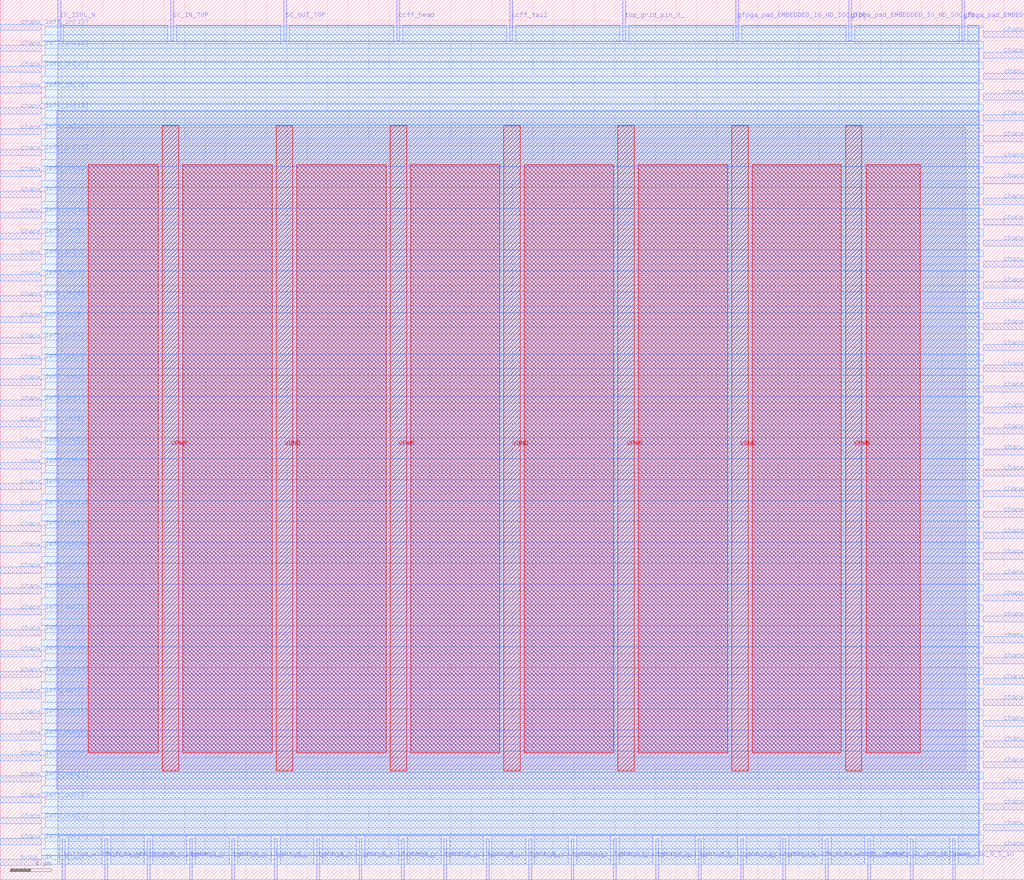
<source format=lef>
VERSION 5.7 ;
  NOWIREEXTENSIONATPIN ON ;
  DIVIDERCHAR "/" ;
  BUSBITCHARS "[]" ;
MACRO cbx_1__2_
  CLASS BLOCK ;
  FOREIGN cbx_1__2_ ;
  ORIGIN 0.000 0.000 ;
  SIZE 100.000 BY 86.000 ;
  PIN IO_ISOL_N
    DIRECTION INPUT ;
    USE SIGNAL ;
    PORT
      LAYER met2 ;
        RECT 5.610 82.000 5.890 86.000 ;
    END
  END IO_ISOL_N
  PIN SC_IN_BOT
    DIRECTION INPUT ;
    USE SIGNAL ;
    PORT
      LAYER met2 ;
        RECT 84.730 0.000 85.010 4.000 ;
    END
  END SC_IN_BOT
  PIN SC_IN_TOP
    DIRECTION INPUT ;
    USE SIGNAL ;
    PORT
      LAYER met2 ;
        RECT 16.650 82.000 16.930 86.000 ;
    END
  END SC_IN_TOP
  PIN SC_OUT_BOT
    DIRECTION OUTPUT TRISTATE ;
    USE SIGNAL ;
    PORT
      LAYER met2 ;
        RECT 88.870 0.000 89.150 4.000 ;
    END
  END SC_OUT_BOT
  PIN SC_OUT_TOP
    DIRECTION OUTPUT TRISTATE ;
    USE SIGNAL ;
    PORT
      LAYER met2 ;
        RECT 27.690 82.000 27.970 86.000 ;
    END
  END SC_OUT_TOP
  PIN VGND
    DIRECTION INOUT ;
    USE GROUND ;
    PORT
      LAYER met4 ;
        RECT 26.960 10.640 28.560 73.680 ;
    END
    PORT
      LAYER met4 ;
        RECT 49.200 10.640 50.800 73.680 ;
    END
    PORT
      LAYER met4 ;
        RECT 71.440 10.640 73.040 73.680 ;
    END
  END VGND
  PIN VPWR
    DIRECTION INOUT ;
    USE POWER ;
    PORT
      LAYER met4 ;
        RECT 15.840 10.640 17.440 73.680 ;
    END
    PORT
      LAYER met4 ;
        RECT 38.080 10.640 39.680 73.680 ;
    END
    PORT
      LAYER met4 ;
        RECT 60.320 10.640 61.920 73.680 ;
    END
    PORT
      LAYER met4 ;
        RECT 82.560 10.640 84.160 73.680 ;
    END
  END VPWR
  PIN bottom_grid_pin_0_
    DIRECTION OUTPUT TRISTATE ;
    USE SIGNAL ;
    PORT
      LAYER met2 ;
        RECT 10.210 0.000 10.490 4.000 ;
    END
  END bottom_grid_pin_0_
  PIN bottom_grid_pin_10_
    DIRECTION OUTPUT TRISTATE ;
    USE SIGNAL ;
    PORT
      LAYER met2 ;
        RECT 51.610 0.000 51.890 4.000 ;
    END
  END bottom_grid_pin_10_
  PIN bottom_grid_pin_11_
    DIRECTION OUTPUT TRISTATE ;
    USE SIGNAL ;
    PORT
      LAYER met2 ;
        RECT 55.750 0.000 56.030 4.000 ;
    END
  END bottom_grid_pin_11_
  PIN bottom_grid_pin_12_
    DIRECTION OUTPUT TRISTATE ;
    USE SIGNAL ;
    PORT
      LAYER met2 ;
        RECT 59.890 0.000 60.170 4.000 ;
    END
  END bottom_grid_pin_12_
  PIN bottom_grid_pin_13_
    DIRECTION OUTPUT TRISTATE ;
    USE SIGNAL ;
    PORT
      LAYER met2 ;
        RECT 64.030 0.000 64.310 4.000 ;
    END
  END bottom_grid_pin_13_
  PIN bottom_grid_pin_14_
    DIRECTION OUTPUT TRISTATE ;
    USE SIGNAL ;
    PORT
      LAYER met2 ;
        RECT 68.170 0.000 68.450 4.000 ;
    END
  END bottom_grid_pin_14_
  PIN bottom_grid_pin_15_
    DIRECTION OUTPUT TRISTATE ;
    USE SIGNAL ;
    PORT
      LAYER met2 ;
        RECT 72.310 0.000 72.590 4.000 ;
    END
  END bottom_grid_pin_15_
  PIN bottom_grid_pin_1_
    DIRECTION OUTPUT TRISTATE ;
    USE SIGNAL ;
    PORT
      LAYER met2 ;
        RECT 14.350 0.000 14.630 4.000 ;
    END
  END bottom_grid_pin_1_
  PIN bottom_grid_pin_2_
    DIRECTION OUTPUT TRISTATE ;
    USE SIGNAL ;
    PORT
      LAYER met2 ;
        RECT 18.490 0.000 18.770 4.000 ;
    END
  END bottom_grid_pin_2_
  PIN bottom_grid_pin_3_
    DIRECTION OUTPUT TRISTATE ;
    USE SIGNAL ;
    PORT
      LAYER met2 ;
        RECT 22.630 0.000 22.910 4.000 ;
    END
  END bottom_grid_pin_3_
  PIN bottom_grid_pin_4_
    DIRECTION OUTPUT TRISTATE ;
    USE SIGNAL ;
    PORT
      LAYER met2 ;
        RECT 26.770 0.000 27.050 4.000 ;
    END
  END bottom_grid_pin_4_
  PIN bottom_grid_pin_5_
    DIRECTION OUTPUT TRISTATE ;
    USE SIGNAL ;
    PORT
      LAYER met2 ;
        RECT 30.910 0.000 31.190 4.000 ;
    END
  END bottom_grid_pin_5_
  PIN bottom_grid_pin_6_
    DIRECTION OUTPUT TRISTATE ;
    USE SIGNAL ;
    PORT
      LAYER met2 ;
        RECT 35.050 0.000 35.330 4.000 ;
    END
  END bottom_grid_pin_6_
  PIN bottom_grid_pin_7_
    DIRECTION OUTPUT TRISTATE ;
    USE SIGNAL ;
    PORT
      LAYER met2 ;
        RECT 39.190 0.000 39.470 4.000 ;
    END
  END bottom_grid_pin_7_
  PIN bottom_grid_pin_8_
    DIRECTION OUTPUT TRISTATE ;
    USE SIGNAL ;
    PORT
      LAYER met2 ;
        RECT 43.330 0.000 43.610 4.000 ;
    END
  END bottom_grid_pin_8_
  PIN bottom_grid_pin_9_
    DIRECTION OUTPUT TRISTATE ;
    USE SIGNAL ;
    PORT
      LAYER met2 ;
        RECT 47.470 0.000 47.750 4.000 ;
    END
  END bottom_grid_pin_9_
  PIN bottom_width_0_height_0__pin_0_
    DIRECTION INPUT ;
    USE SIGNAL ;
    PORT
      LAYER met2 ;
        RECT 76.450 0.000 76.730 4.000 ;
    END
  END bottom_width_0_height_0__pin_0_
  PIN bottom_width_0_height_0__pin_1_lower
    DIRECTION OUTPUT TRISTATE ;
    USE SIGNAL ;
    PORT
      LAYER met2 ;
        RECT 80.590 0.000 80.870 4.000 ;
    END
  END bottom_width_0_height_0__pin_1_lower
  PIN bottom_width_0_height_0__pin_1_upper
    DIRECTION OUTPUT TRISTATE ;
    USE SIGNAL ;
    PORT
      LAYER met2 ;
        RECT 6.070 0.000 6.350 4.000 ;
    END
  END bottom_width_0_height_0__pin_1_upper
  PIN ccff_head
    DIRECTION INPUT ;
    USE SIGNAL ;
    PORT
      LAYER met2 ;
        RECT 38.730 82.000 39.010 86.000 ;
    END
  END ccff_head
  PIN ccff_tail
    DIRECTION OUTPUT TRISTATE ;
    USE SIGNAL ;
    PORT
      LAYER met2 ;
        RECT 49.770 82.000 50.050 86.000 ;
    END
  END ccff_tail
  PIN chanx_left_in[0]
    DIRECTION INPUT ;
    USE SIGNAL ;
    PORT
      LAYER met3 ;
        RECT 0.000 44.240 4.000 44.840 ;
    END
  END chanx_left_in[0]
  PIN chanx_left_in[10]
    DIRECTION INPUT ;
    USE SIGNAL ;
    PORT
      LAYER met3 ;
        RECT 0.000 64.640 4.000 65.240 ;
    END
  END chanx_left_in[10]
  PIN chanx_left_in[11]
    DIRECTION INPUT ;
    USE SIGNAL ;
    PORT
      LAYER met3 ;
        RECT 0.000 66.680 4.000 67.280 ;
    END
  END chanx_left_in[11]
  PIN chanx_left_in[12]
    DIRECTION INPUT ;
    USE SIGNAL ;
    PORT
      LAYER met3 ;
        RECT 0.000 68.720 4.000 69.320 ;
    END
  END chanx_left_in[12]
  PIN chanx_left_in[13]
    DIRECTION INPUT ;
    USE SIGNAL ;
    PORT
      LAYER met3 ;
        RECT 0.000 70.760 4.000 71.360 ;
    END
  END chanx_left_in[13]
  PIN chanx_left_in[14]
    DIRECTION INPUT ;
    USE SIGNAL ;
    PORT
      LAYER met3 ;
        RECT 0.000 72.800 4.000 73.400 ;
    END
  END chanx_left_in[14]
  PIN chanx_left_in[15]
    DIRECTION INPUT ;
    USE SIGNAL ;
    PORT
      LAYER met3 ;
        RECT 0.000 74.840 4.000 75.440 ;
    END
  END chanx_left_in[15]
  PIN chanx_left_in[16]
    DIRECTION INPUT ;
    USE SIGNAL ;
    PORT
      LAYER met3 ;
        RECT 0.000 76.880 4.000 77.480 ;
    END
  END chanx_left_in[16]
  PIN chanx_left_in[17]
    DIRECTION INPUT ;
    USE SIGNAL ;
    PORT
      LAYER met3 ;
        RECT 0.000 78.920 4.000 79.520 ;
    END
  END chanx_left_in[17]
  PIN chanx_left_in[18]
    DIRECTION INPUT ;
    USE SIGNAL ;
    PORT
      LAYER met3 ;
        RECT 0.000 80.960 4.000 81.560 ;
    END
  END chanx_left_in[18]
  PIN chanx_left_in[19]
    DIRECTION INPUT ;
    USE SIGNAL ;
    PORT
      LAYER met3 ;
        RECT 0.000 83.000 4.000 83.600 ;
    END
  END chanx_left_in[19]
  PIN chanx_left_in[1]
    DIRECTION INPUT ;
    USE SIGNAL ;
    PORT
      LAYER met3 ;
        RECT 0.000 46.280 4.000 46.880 ;
    END
  END chanx_left_in[1]
  PIN chanx_left_in[2]
    DIRECTION INPUT ;
    USE SIGNAL ;
    PORT
      LAYER met3 ;
        RECT 0.000 48.320 4.000 48.920 ;
    END
  END chanx_left_in[2]
  PIN chanx_left_in[3]
    DIRECTION INPUT ;
    USE SIGNAL ;
    PORT
      LAYER met3 ;
        RECT 0.000 50.360 4.000 50.960 ;
    END
  END chanx_left_in[3]
  PIN chanx_left_in[4]
    DIRECTION INPUT ;
    USE SIGNAL ;
    PORT
      LAYER met3 ;
        RECT 0.000 52.400 4.000 53.000 ;
    END
  END chanx_left_in[4]
  PIN chanx_left_in[5]
    DIRECTION INPUT ;
    USE SIGNAL ;
    PORT
      LAYER met3 ;
        RECT 0.000 54.440 4.000 55.040 ;
    END
  END chanx_left_in[5]
  PIN chanx_left_in[6]
    DIRECTION INPUT ;
    USE SIGNAL ;
    PORT
      LAYER met3 ;
        RECT 0.000 56.480 4.000 57.080 ;
    END
  END chanx_left_in[6]
  PIN chanx_left_in[7]
    DIRECTION INPUT ;
    USE SIGNAL ;
    PORT
      LAYER met3 ;
        RECT 0.000 58.520 4.000 59.120 ;
    END
  END chanx_left_in[7]
  PIN chanx_left_in[8]
    DIRECTION INPUT ;
    USE SIGNAL ;
    PORT
      LAYER met3 ;
        RECT 0.000 60.560 4.000 61.160 ;
    END
  END chanx_left_in[8]
  PIN chanx_left_in[9]
    DIRECTION INPUT ;
    USE SIGNAL ;
    PORT
      LAYER met3 ;
        RECT 0.000 62.600 4.000 63.200 ;
    END
  END chanx_left_in[9]
  PIN chanx_left_out[0]
    DIRECTION OUTPUT TRISTATE ;
    USE SIGNAL ;
    PORT
      LAYER met3 ;
        RECT 0.000 3.440 4.000 4.040 ;
    END
  END chanx_left_out[0]
  PIN chanx_left_out[10]
    DIRECTION OUTPUT TRISTATE ;
    USE SIGNAL ;
    PORT
      LAYER met3 ;
        RECT 0.000 23.840 4.000 24.440 ;
    END
  END chanx_left_out[10]
  PIN chanx_left_out[11]
    DIRECTION OUTPUT TRISTATE ;
    USE SIGNAL ;
    PORT
      LAYER met3 ;
        RECT 0.000 25.880 4.000 26.480 ;
    END
  END chanx_left_out[11]
  PIN chanx_left_out[12]
    DIRECTION OUTPUT TRISTATE ;
    USE SIGNAL ;
    PORT
      LAYER met3 ;
        RECT 0.000 27.920 4.000 28.520 ;
    END
  END chanx_left_out[12]
  PIN chanx_left_out[13]
    DIRECTION OUTPUT TRISTATE ;
    USE SIGNAL ;
    PORT
      LAYER met3 ;
        RECT 0.000 29.960 4.000 30.560 ;
    END
  END chanx_left_out[13]
  PIN chanx_left_out[14]
    DIRECTION OUTPUT TRISTATE ;
    USE SIGNAL ;
    PORT
      LAYER met3 ;
        RECT 0.000 32.000 4.000 32.600 ;
    END
  END chanx_left_out[14]
  PIN chanx_left_out[15]
    DIRECTION OUTPUT TRISTATE ;
    USE SIGNAL ;
    PORT
      LAYER met3 ;
        RECT 0.000 34.040 4.000 34.640 ;
    END
  END chanx_left_out[15]
  PIN chanx_left_out[16]
    DIRECTION OUTPUT TRISTATE ;
    USE SIGNAL ;
    PORT
      LAYER met3 ;
        RECT 0.000 36.080 4.000 36.680 ;
    END
  END chanx_left_out[16]
  PIN chanx_left_out[17]
    DIRECTION OUTPUT TRISTATE ;
    USE SIGNAL ;
    PORT
      LAYER met3 ;
        RECT 0.000 38.120 4.000 38.720 ;
    END
  END chanx_left_out[17]
  PIN chanx_left_out[18]
    DIRECTION OUTPUT TRISTATE ;
    USE SIGNAL ;
    PORT
      LAYER met3 ;
        RECT 0.000 40.160 4.000 40.760 ;
    END
  END chanx_left_out[18]
  PIN chanx_left_out[19]
    DIRECTION OUTPUT TRISTATE ;
    USE SIGNAL ;
    PORT
      LAYER met3 ;
        RECT 0.000 42.200 4.000 42.800 ;
    END
  END chanx_left_out[19]
  PIN chanx_left_out[1]
    DIRECTION OUTPUT TRISTATE ;
    USE SIGNAL ;
    PORT
      LAYER met3 ;
        RECT 0.000 5.480 4.000 6.080 ;
    END
  END chanx_left_out[1]
  PIN chanx_left_out[2]
    DIRECTION OUTPUT TRISTATE ;
    USE SIGNAL ;
    PORT
      LAYER met3 ;
        RECT 0.000 7.520 4.000 8.120 ;
    END
  END chanx_left_out[2]
  PIN chanx_left_out[3]
    DIRECTION OUTPUT TRISTATE ;
    USE SIGNAL ;
    PORT
      LAYER met3 ;
        RECT 0.000 9.560 4.000 10.160 ;
    END
  END chanx_left_out[3]
  PIN chanx_left_out[4]
    DIRECTION OUTPUT TRISTATE ;
    USE SIGNAL ;
    PORT
      LAYER met3 ;
        RECT 0.000 11.600 4.000 12.200 ;
    END
  END chanx_left_out[4]
  PIN chanx_left_out[5]
    DIRECTION OUTPUT TRISTATE ;
    USE SIGNAL ;
    PORT
      LAYER met3 ;
        RECT 0.000 13.640 4.000 14.240 ;
    END
  END chanx_left_out[5]
  PIN chanx_left_out[6]
    DIRECTION OUTPUT TRISTATE ;
    USE SIGNAL ;
    PORT
      LAYER met3 ;
        RECT 0.000 15.680 4.000 16.280 ;
    END
  END chanx_left_out[6]
  PIN chanx_left_out[7]
    DIRECTION OUTPUT TRISTATE ;
    USE SIGNAL ;
    PORT
      LAYER met3 ;
        RECT 0.000 17.720 4.000 18.320 ;
    END
  END chanx_left_out[7]
  PIN chanx_left_out[8]
    DIRECTION OUTPUT TRISTATE ;
    USE SIGNAL ;
    PORT
      LAYER met3 ;
        RECT 0.000 19.760 4.000 20.360 ;
    END
  END chanx_left_out[8]
  PIN chanx_left_out[9]
    DIRECTION OUTPUT TRISTATE ;
    USE SIGNAL ;
    PORT
      LAYER met3 ;
        RECT 0.000 21.800 4.000 22.400 ;
    END
  END chanx_left_out[9]
  PIN chanx_right_in[0]
    DIRECTION INPUT ;
    USE SIGNAL ;
    PORT
      LAYER met3 ;
        RECT 96.000 43.560 100.000 44.160 ;
    END
  END chanx_right_in[0]
  PIN chanx_right_in[10]
    DIRECTION INPUT ;
    USE SIGNAL ;
    PORT
      LAYER met3 ;
        RECT 96.000 63.960 100.000 64.560 ;
    END
  END chanx_right_in[10]
  PIN chanx_right_in[11]
    DIRECTION INPUT ;
    USE SIGNAL ;
    PORT
      LAYER met3 ;
        RECT 96.000 66.000 100.000 66.600 ;
    END
  END chanx_right_in[11]
  PIN chanx_right_in[12]
    DIRECTION INPUT ;
    USE SIGNAL ;
    PORT
      LAYER met3 ;
        RECT 96.000 68.040 100.000 68.640 ;
    END
  END chanx_right_in[12]
  PIN chanx_right_in[13]
    DIRECTION INPUT ;
    USE SIGNAL ;
    PORT
      LAYER met3 ;
        RECT 96.000 70.080 100.000 70.680 ;
    END
  END chanx_right_in[13]
  PIN chanx_right_in[14]
    DIRECTION INPUT ;
    USE SIGNAL ;
    PORT
      LAYER met3 ;
        RECT 96.000 72.120 100.000 72.720 ;
    END
  END chanx_right_in[14]
  PIN chanx_right_in[15]
    DIRECTION INPUT ;
    USE SIGNAL ;
    PORT
      LAYER met3 ;
        RECT 96.000 74.160 100.000 74.760 ;
    END
  END chanx_right_in[15]
  PIN chanx_right_in[16]
    DIRECTION INPUT ;
    USE SIGNAL ;
    PORT
      LAYER met3 ;
        RECT 96.000 76.200 100.000 76.800 ;
    END
  END chanx_right_in[16]
  PIN chanx_right_in[17]
    DIRECTION INPUT ;
    USE SIGNAL ;
    PORT
      LAYER met3 ;
        RECT 96.000 78.240 100.000 78.840 ;
    END
  END chanx_right_in[17]
  PIN chanx_right_in[18]
    DIRECTION INPUT ;
    USE SIGNAL ;
    PORT
      LAYER met3 ;
        RECT 96.000 80.280 100.000 80.880 ;
    END
  END chanx_right_in[18]
  PIN chanx_right_in[19]
    DIRECTION INPUT ;
    USE SIGNAL ;
    PORT
      LAYER met3 ;
        RECT 96.000 82.320 100.000 82.920 ;
    END
  END chanx_right_in[19]
  PIN chanx_right_in[1]
    DIRECTION INPUT ;
    USE SIGNAL ;
    PORT
      LAYER met3 ;
        RECT 96.000 45.600 100.000 46.200 ;
    END
  END chanx_right_in[1]
  PIN chanx_right_in[2]
    DIRECTION INPUT ;
    USE SIGNAL ;
    PORT
      LAYER met3 ;
        RECT 96.000 47.640 100.000 48.240 ;
    END
  END chanx_right_in[2]
  PIN chanx_right_in[3]
    DIRECTION INPUT ;
    USE SIGNAL ;
    PORT
      LAYER met3 ;
        RECT 96.000 49.680 100.000 50.280 ;
    END
  END chanx_right_in[3]
  PIN chanx_right_in[4]
    DIRECTION INPUT ;
    USE SIGNAL ;
    PORT
      LAYER met3 ;
        RECT 96.000 51.720 100.000 52.320 ;
    END
  END chanx_right_in[4]
  PIN chanx_right_in[5]
    DIRECTION INPUT ;
    USE SIGNAL ;
    PORT
      LAYER met3 ;
        RECT 96.000 53.760 100.000 54.360 ;
    END
  END chanx_right_in[5]
  PIN chanx_right_in[6]
    DIRECTION INPUT ;
    USE SIGNAL ;
    PORT
      LAYER met3 ;
        RECT 96.000 55.800 100.000 56.400 ;
    END
  END chanx_right_in[6]
  PIN chanx_right_in[7]
    DIRECTION INPUT ;
    USE SIGNAL ;
    PORT
      LAYER met3 ;
        RECT 96.000 57.840 100.000 58.440 ;
    END
  END chanx_right_in[7]
  PIN chanx_right_in[8]
    DIRECTION INPUT ;
    USE SIGNAL ;
    PORT
      LAYER met3 ;
        RECT 96.000 59.880 100.000 60.480 ;
    END
  END chanx_right_in[8]
  PIN chanx_right_in[9]
    DIRECTION INPUT ;
    USE SIGNAL ;
    PORT
      LAYER met3 ;
        RECT 96.000 61.920 100.000 62.520 ;
    END
  END chanx_right_in[9]
  PIN chanx_right_out[0]
    DIRECTION OUTPUT TRISTATE ;
    USE SIGNAL ;
    PORT
      LAYER met3 ;
        RECT 96.000 2.760 100.000 3.360 ;
    END
  END chanx_right_out[0]
  PIN chanx_right_out[10]
    DIRECTION OUTPUT TRISTATE ;
    USE SIGNAL ;
    PORT
      LAYER met3 ;
        RECT 96.000 23.160 100.000 23.760 ;
    END
  END chanx_right_out[10]
  PIN chanx_right_out[11]
    DIRECTION OUTPUT TRISTATE ;
    USE SIGNAL ;
    PORT
      LAYER met3 ;
        RECT 96.000 25.200 100.000 25.800 ;
    END
  END chanx_right_out[11]
  PIN chanx_right_out[12]
    DIRECTION OUTPUT TRISTATE ;
    USE SIGNAL ;
    PORT
      LAYER met3 ;
        RECT 96.000 27.240 100.000 27.840 ;
    END
  END chanx_right_out[12]
  PIN chanx_right_out[13]
    DIRECTION OUTPUT TRISTATE ;
    USE SIGNAL ;
    PORT
      LAYER met3 ;
        RECT 96.000 29.280 100.000 29.880 ;
    END
  END chanx_right_out[13]
  PIN chanx_right_out[14]
    DIRECTION OUTPUT TRISTATE ;
    USE SIGNAL ;
    PORT
      LAYER met3 ;
        RECT 96.000 31.320 100.000 31.920 ;
    END
  END chanx_right_out[14]
  PIN chanx_right_out[15]
    DIRECTION OUTPUT TRISTATE ;
    USE SIGNAL ;
    PORT
      LAYER met3 ;
        RECT 96.000 33.360 100.000 33.960 ;
    END
  END chanx_right_out[15]
  PIN chanx_right_out[16]
    DIRECTION OUTPUT TRISTATE ;
    USE SIGNAL ;
    PORT
      LAYER met3 ;
        RECT 96.000 35.400 100.000 36.000 ;
    END
  END chanx_right_out[16]
  PIN chanx_right_out[17]
    DIRECTION OUTPUT TRISTATE ;
    USE SIGNAL ;
    PORT
      LAYER met3 ;
        RECT 96.000 37.440 100.000 38.040 ;
    END
  END chanx_right_out[17]
  PIN chanx_right_out[18]
    DIRECTION OUTPUT TRISTATE ;
    USE SIGNAL ;
    PORT
      LAYER met3 ;
        RECT 96.000 39.480 100.000 40.080 ;
    END
  END chanx_right_out[18]
  PIN chanx_right_out[19]
    DIRECTION OUTPUT TRISTATE ;
    USE SIGNAL ;
    PORT
      LAYER met3 ;
        RECT 96.000 41.520 100.000 42.120 ;
    END
  END chanx_right_out[19]
  PIN chanx_right_out[1]
    DIRECTION OUTPUT TRISTATE ;
    USE SIGNAL ;
    PORT
      LAYER met3 ;
        RECT 96.000 4.800 100.000 5.400 ;
    END
  END chanx_right_out[1]
  PIN chanx_right_out[2]
    DIRECTION OUTPUT TRISTATE ;
    USE SIGNAL ;
    PORT
      LAYER met3 ;
        RECT 96.000 6.840 100.000 7.440 ;
    END
  END chanx_right_out[2]
  PIN chanx_right_out[3]
    DIRECTION OUTPUT TRISTATE ;
    USE SIGNAL ;
    PORT
      LAYER met3 ;
        RECT 96.000 8.880 100.000 9.480 ;
    END
  END chanx_right_out[3]
  PIN chanx_right_out[4]
    DIRECTION OUTPUT TRISTATE ;
    USE SIGNAL ;
    PORT
      LAYER met3 ;
        RECT 96.000 10.920 100.000 11.520 ;
    END
  END chanx_right_out[4]
  PIN chanx_right_out[5]
    DIRECTION OUTPUT TRISTATE ;
    USE SIGNAL ;
    PORT
      LAYER met3 ;
        RECT 96.000 12.960 100.000 13.560 ;
    END
  END chanx_right_out[5]
  PIN chanx_right_out[6]
    DIRECTION OUTPUT TRISTATE ;
    USE SIGNAL ;
    PORT
      LAYER met3 ;
        RECT 96.000 15.000 100.000 15.600 ;
    END
  END chanx_right_out[6]
  PIN chanx_right_out[7]
    DIRECTION OUTPUT TRISTATE ;
    USE SIGNAL ;
    PORT
      LAYER met3 ;
        RECT 96.000 17.040 100.000 17.640 ;
    END
  END chanx_right_out[7]
  PIN chanx_right_out[8]
    DIRECTION OUTPUT TRISTATE ;
    USE SIGNAL ;
    PORT
      LAYER met3 ;
        RECT 96.000 19.080 100.000 19.680 ;
    END
  END chanx_right_out[8]
  PIN chanx_right_out[9]
    DIRECTION OUTPUT TRISTATE ;
    USE SIGNAL ;
    PORT
      LAYER met3 ;
        RECT 96.000 21.120 100.000 21.720 ;
    END
  END chanx_right_out[9]
  PIN gfpga_pad_EMBEDDED_IO_HD_SOC_DIR
    DIRECTION OUTPUT TRISTATE ;
    USE SIGNAL ;
    PORT
      LAYER met2 ;
        RECT 71.850 82.000 72.130 86.000 ;
    END
  END gfpga_pad_EMBEDDED_IO_HD_SOC_DIR
  PIN gfpga_pad_EMBEDDED_IO_HD_SOC_IN
    DIRECTION INPUT ;
    USE SIGNAL ;
    PORT
      LAYER met2 ;
        RECT 82.890 82.000 83.170 86.000 ;
    END
  END gfpga_pad_EMBEDDED_IO_HD_SOC_IN
  PIN gfpga_pad_EMBEDDED_IO_HD_SOC_OUT
    DIRECTION OUTPUT TRISTATE ;
    USE SIGNAL ;
    PORT
      LAYER met2 ;
        RECT 93.930 82.000 94.210 86.000 ;
    END
  END gfpga_pad_EMBEDDED_IO_HD_SOC_OUT
  PIN prog_clk_0_S_in
    DIRECTION INPUT ;
    USE SIGNAL ;
    PORT
      LAYER met2 ;
        RECT 93.010 0.000 93.290 4.000 ;
    END
  END prog_clk_0_S_in
  PIN prog_clk_0_W_out
    DIRECTION OUTPUT TRISTATE ;
    USE SIGNAL ;
    PORT
      LAYER met3 ;
        RECT 0.000 1.400 4.000 2.000 ;
    END
  END prog_clk_0_W_out
  PIN top_grid_pin_0_
    DIRECTION OUTPUT TRISTATE ;
    USE SIGNAL ;
    PORT
      LAYER met2 ;
        RECT 60.810 82.000 61.090 86.000 ;
    END
  END top_grid_pin_0_
  OBS
      LAYER li1 ;
        RECT 5.520 10.795 94.300 73.525 ;
      LAYER met1 ;
        RECT 5.520 8.880 95.610 75.100 ;
      LAYER met2 ;
        RECT 6.170 81.720 16.370 83.485 ;
        RECT 17.210 81.720 27.410 83.485 ;
        RECT 28.250 81.720 38.450 83.485 ;
        RECT 39.290 81.720 49.490 83.485 ;
        RECT 50.330 81.720 60.530 83.485 ;
        RECT 61.370 81.720 71.570 83.485 ;
        RECT 72.410 81.720 82.610 83.485 ;
        RECT 83.450 81.720 93.650 83.485 ;
        RECT 94.490 81.720 95.580 83.485 ;
        RECT 5.610 4.280 95.580 81.720 ;
        RECT 5.610 1.515 5.790 4.280 ;
        RECT 6.630 1.515 9.930 4.280 ;
        RECT 10.770 1.515 14.070 4.280 ;
        RECT 14.910 1.515 18.210 4.280 ;
        RECT 19.050 1.515 22.350 4.280 ;
        RECT 23.190 1.515 26.490 4.280 ;
        RECT 27.330 1.515 30.630 4.280 ;
        RECT 31.470 1.515 34.770 4.280 ;
        RECT 35.610 1.515 38.910 4.280 ;
        RECT 39.750 1.515 43.050 4.280 ;
        RECT 43.890 1.515 47.190 4.280 ;
        RECT 48.030 1.515 51.330 4.280 ;
        RECT 52.170 1.515 55.470 4.280 ;
        RECT 56.310 1.515 59.610 4.280 ;
        RECT 60.450 1.515 63.750 4.280 ;
        RECT 64.590 1.515 67.890 4.280 ;
        RECT 68.730 1.515 72.030 4.280 ;
        RECT 72.870 1.515 76.170 4.280 ;
        RECT 77.010 1.515 80.310 4.280 ;
        RECT 81.150 1.515 84.450 4.280 ;
        RECT 85.290 1.515 88.590 4.280 ;
        RECT 89.430 1.515 92.730 4.280 ;
        RECT 93.570 1.515 95.580 4.280 ;
      LAYER met3 ;
        RECT 4.400 83.320 96.000 83.465 ;
        RECT 4.400 82.600 95.600 83.320 ;
        RECT 4.000 81.960 95.600 82.600 ;
        RECT 4.400 81.920 95.600 81.960 ;
        RECT 4.400 81.280 96.000 81.920 ;
        RECT 4.400 80.560 95.600 81.280 ;
        RECT 4.000 79.920 95.600 80.560 ;
        RECT 4.400 79.880 95.600 79.920 ;
        RECT 4.400 79.240 96.000 79.880 ;
        RECT 4.400 78.520 95.600 79.240 ;
        RECT 4.000 77.880 95.600 78.520 ;
        RECT 4.400 77.840 95.600 77.880 ;
        RECT 4.400 77.200 96.000 77.840 ;
        RECT 4.400 76.480 95.600 77.200 ;
        RECT 4.000 75.840 95.600 76.480 ;
        RECT 4.400 75.800 95.600 75.840 ;
        RECT 4.400 75.160 96.000 75.800 ;
        RECT 4.400 74.440 95.600 75.160 ;
        RECT 4.000 73.800 95.600 74.440 ;
        RECT 4.400 73.760 95.600 73.800 ;
        RECT 4.400 73.120 96.000 73.760 ;
        RECT 4.400 72.400 95.600 73.120 ;
        RECT 4.000 71.760 95.600 72.400 ;
        RECT 4.400 71.720 95.600 71.760 ;
        RECT 4.400 71.080 96.000 71.720 ;
        RECT 4.400 70.360 95.600 71.080 ;
        RECT 4.000 69.720 95.600 70.360 ;
        RECT 4.400 69.680 95.600 69.720 ;
        RECT 4.400 69.040 96.000 69.680 ;
        RECT 4.400 68.320 95.600 69.040 ;
        RECT 4.000 67.680 95.600 68.320 ;
        RECT 4.400 67.640 95.600 67.680 ;
        RECT 4.400 67.000 96.000 67.640 ;
        RECT 4.400 66.280 95.600 67.000 ;
        RECT 4.000 65.640 95.600 66.280 ;
        RECT 4.400 65.600 95.600 65.640 ;
        RECT 4.400 64.960 96.000 65.600 ;
        RECT 4.400 64.240 95.600 64.960 ;
        RECT 4.000 63.600 95.600 64.240 ;
        RECT 4.400 63.560 95.600 63.600 ;
        RECT 4.400 62.920 96.000 63.560 ;
        RECT 4.400 62.200 95.600 62.920 ;
        RECT 4.000 61.560 95.600 62.200 ;
        RECT 4.400 61.520 95.600 61.560 ;
        RECT 4.400 60.880 96.000 61.520 ;
        RECT 4.400 60.160 95.600 60.880 ;
        RECT 4.000 59.520 95.600 60.160 ;
        RECT 4.400 59.480 95.600 59.520 ;
        RECT 4.400 58.840 96.000 59.480 ;
        RECT 4.400 58.120 95.600 58.840 ;
        RECT 4.000 57.480 95.600 58.120 ;
        RECT 4.400 57.440 95.600 57.480 ;
        RECT 4.400 56.800 96.000 57.440 ;
        RECT 4.400 56.080 95.600 56.800 ;
        RECT 4.000 55.440 95.600 56.080 ;
        RECT 4.400 55.400 95.600 55.440 ;
        RECT 4.400 54.760 96.000 55.400 ;
        RECT 4.400 54.040 95.600 54.760 ;
        RECT 4.000 53.400 95.600 54.040 ;
        RECT 4.400 53.360 95.600 53.400 ;
        RECT 4.400 52.720 96.000 53.360 ;
        RECT 4.400 52.000 95.600 52.720 ;
        RECT 4.000 51.360 95.600 52.000 ;
        RECT 4.400 51.320 95.600 51.360 ;
        RECT 4.400 50.680 96.000 51.320 ;
        RECT 4.400 49.960 95.600 50.680 ;
        RECT 4.000 49.320 95.600 49.960 ;
        RECT 4.400 49.280 95.600 49.320 ;
        RECT 4.400 48.640 96.000 49.280 ;
        RECT 4.400 47.920 95.600 48.640 ;
        RECT 4.000 47.280 95.600 47.920 ;
        RECT 4.400 47.240 95.600 47.280 ;
        RECT 4.400 46.600 96.000 47.240 ;
        RECT 4.400 45.880 95.600 46.600 ;
        RECT 4.000 45.240 95.600 45.880 ;
        RECT 4.400 45.200 95.600 45.240 ;
        RECT 4.400 44.560 96.000 45.200 ;
        RECT 4.400 43.840 95.600 44.560 ;
        RECT 4.000 43.200 95.600 43.840 ;
        RECT 4.400 43.160 95.600 43.200 ;
        RECT 4.400 42.520 96.000 43.160 ;
        RECT 4.400 41.800 95.600 42.520 ;
        RECT 4.000 41.160 95.600 41.800 ;
        RECT 4.400 41.120 95.600 41.160 ;
        RECT 4.400 40.480 96.000 41.120 ;
        RECT 4.400 39.760 95.600 40.480 ;
        RECT 4.000 39.120 95.600 39.760 ;
        RECT 4.400 39.080 95.600 39.120 ;
        RECT 4.400 38.440 96.000 39.080 ;
        RECT 4.400 37.720 95.600 38.440 ;
        RECT 4.000 37.080 95.600 37.720 ;
        RECT 4.400 37.040 95.600 37.080 ;
        RECT 4.400 36.400 96.000 37.040 ;
        RECT 4.400 35.680 95.600 36.400 ;
        RECT 4.000 35.040 95.600 35.680 ;
        RECT 4.400 35.000 95.600 35.040 ;
        RECT 4.400 34.360 96.000 35.000 ;
        RECT 4.400 33.640 95.600 34.360 ;
        RECT 4.000 33.000 95.600 33.640 ;
        RECT 4.400 32.960 95.600 33.000 ;
        RECT 4.400 32.320 96.000 32.960 ;
        RECT 4.400 31.600 95.600 32.320 ;
        RECT 4.000 30.960 95.600 31.600 ;
        RECT 4.400 30.920 95.600 30.960 ;
        RECT 4.400 30.280 96.000 30.920 ;
        RECT 4.400 29.560 95.600 30.280 ;
        RECT 4.000 28.920 95.600 29.560 ;
        RECT 4.400 28.880 95.600 28.920 ;
        RECT 4.400 28.240 96.000 28.880 ;
        RECT 4.400 27.520 95.600 28.240 ;
        RECT 4.000 26.880 95.600 27.520 ;
        RECT 4.400 26.840 95.600 26.880 ;
        RECT 4.400 26.200 96.000 26.840 ;
        RECT 4.400 25.480 95.600 26.200 ;
        RECT 4.000 24.840 95.600 25.480 ;
        RECT 4.400 24.800 95.600 24.840 ;
        RECT 4.400 24.160 96.000 24.800 ;
        RECT 4.400 23.440 95.600 24.160 ;
        RECT 4.000 22.800 95.600 23.440 ;
        RECT 4.400 22.760 95.600 22.800 ;
        RECT 4.400 22.120 96.000 22.760 ;
        RECT 4.400 21.400 95.600 22.120 ;
        RECT 4.000 20.760 95.600 21.400 ;
        RECT 4.400 20.720 95.600 20.760 ;
        RECT 4.400 20.080 96.000 20.720 ;
        RECT 4.400 19.360 95.600 20.080 ;
        RECT 4.000 18.720 95.600 19.360 ;
        RECT 4.400 18.680 95.600 18.720 ;
        RECT 4.400 18.040 96.000 18.680 ;
        RECT 4.400 17.320 95.600 18.040 ;
        RECT 4.000 16.680 95.600 17.320 ;
        RECT 4.400 16.640 95.600 16.680 ;
        RECT 4.400 16.000 96.000 16.640 ;
        RECT 4.400 15.280 95.600 16.000 ;
        RECT 4.000 14.640 95.600 15.280 ;
        RECT 4.400 14.600 95.600 14.640 ;
        RECT 4.400 13.960 96.000 14.600 ;
        RECT 4.400 13.240 95.600 13.960 ;
        RECT 4.000 12.600 95.600 13.240 ;
        RECT 4.400 12.560 95.600 12.600 ;
        RECT 4.400 11.920 96.000 12.560 ;
        RECT 4.400 11.200 95.600 11.920 ;
        RECT 4.000 10.560 95.600 11.200 ;
        RECT 4.400 10.520 95.600 10.560 ;
        RECT 4.400 9.880 96.000 10.520 ;
        RECT 4.400 9.160 95.600 9.880 ;
        RECT 4.000 8.520 95.600 9.160 ;
        RECT 4.400 8.480 95.600 8.520 ;
        RECT 4.400 7.840 96.000 8.480 ;
        RECT 4.400 7.120 95.600 7.840 ;
        RECT 4.000 6.480 95.600 7.120 ;
        RECT 4.400 6.440 95.600 6.480 ;
        RECT 4.400 5.800 96.000 6.440 ;
        RECT 4.400 5.080 95.600 5.800 ;
        RECT 4.000 4.440 95.600 5.080 ;
        RECT 4.400 4.400 95.600 4.440 ;
        RECT 4.400 3.760 96.000 4.400 ;
        RECT 4.400 3.040 95.600 3.760 ;
        RECT 4.000 2.400 95.600 3.040 ;
        RECT 4.400 2.360 95.600 2.400 ;
        RECT 4.400 1.535 96.000 2.360 ;
      LAYER met4 ;
        RECT 8.575 12.415 15.440 69.865 ;
        RECT 17.840 12.415 26.560 69.865 ;
        RECT 28.960 12.415 37.680 69.865 ;
        RECT 40.080 12.415 48.800 69.865 ;
        RECT 51.200 12.415 59.920 69.865 ;
        RECT 62.320 12.415 71.040 69.865 ;
        RECT 73.440 12.415 82.160 69.865 ;
        RECT 84.560 12.415 89.865 69.865 ;
  END
END cbx_1__2_
END LIBRARY


</source>
